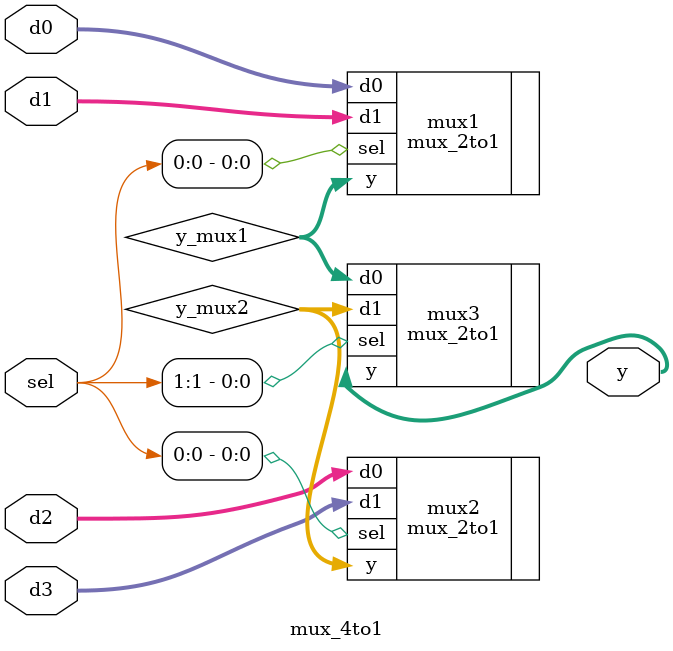
<source format=sv>
module mux_4to1 (
    input logic [3:0] d0, d1, d2, d3, 	// Entradas de datos
    input logic [1:0] sel,	   			// Selector de entrada
    output logic [3:0] y 					// Salida
);

//Variables internas

logic [3:0] y_mux1;

logic [3:0] y_mux2;

mux_2to1 mux1 (.d0(d0), .d1(d1), .sel(sel[0]), .y(y_mux1)); 	//Primer Mux

mux_2to1 mux2 (.d0(d2), .d1(d3), .sel(sel[0]), .y(y_mux2)); 	//Segundo Mux

mux_2to1 mux3 (.d0(y_mux1), .d1(y_mux2), .sel(sel[1]), .y(y)); //Tercer Mux


endmodule
</source>
